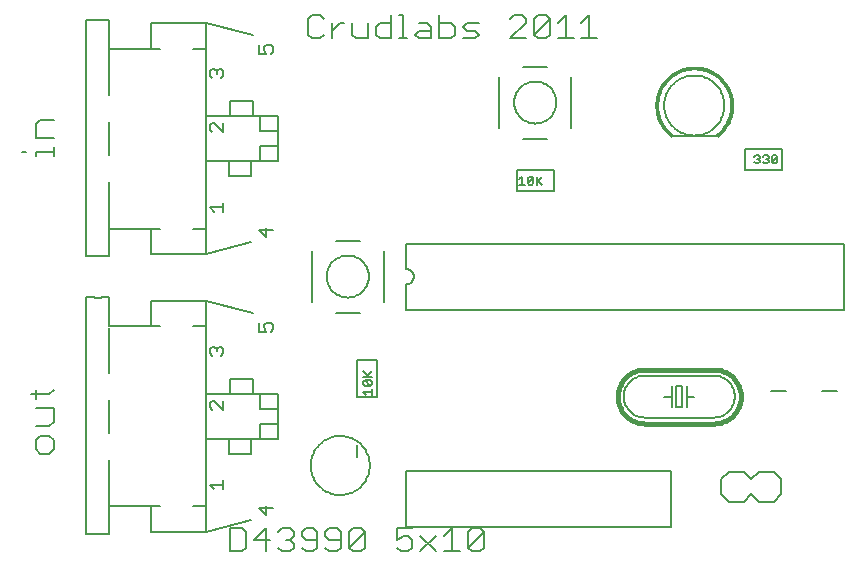
<source format=gto>
G75*
G70*
%OFA0B0*%
%FSLAX24Y24*%
%IPPOS*%
%LPD*%
%AMOC8*
5,1,8,0,0,1.08239X$1,22.5*
%
%ADD10C,0.0070*%
%ADD11C,0.0080*%
%ADD12C,0.0060*%
%ADD13C,0.0050*%
%ADD14C,0.0160*%
%ADD15C,0.0010*%
D10*
X007436Y000426D02*
X007831Y000426D01*
X007963Y000558D01*
X007963Y001085D01*
X007831Y001217D01*
X007436Y001217D01*
X007436Y000426D01*
X008228Y000822D02*
X008755Y000822D01*
X009019Y001085D02*
X009151Y001217D01*
X009415Y001217D01*
X009547Y001085D01*
X009547Y000954D01*
X009415Y000822D01*
X009547Y000690D01*
X009547Y000558D01*
X009415Y000426D01*
X009151Y000426D01*
X009019Y000558D01*
X009283Y000822D02*
X009415Y000822D01*
X009811Y000954D02*
X009943Y000822D01*
X010338Y000822D01*
X010338Y001085D02*
X010207Y001217D01*
X009943Y001217D01*
X009811Y001085D01*
X009811Y000954D01*
X010338Y001085D02*
X010338Y000558D01*
X010207Y000426D01*
X009943Y000426D01*
X009811Y000558D01*
X010603Y000558D02*
X010735Y000426D01*
X010999Y000426D01*
X011130Y000558D01*
X011130Y001085D01*
X010999Y001217D01*
X010735Y001217D01*
X010603Y001085D01*
X010603Y000954D01*
X010735Y000822D01*
X011130Y000822D01*
X011395Y001085D02*
X011527Y001217D01*
X011790Y001217D01*
X011922Y001085D01*
X011395Y000558D01*
X011527Y000426D01*
X011790Y000426D01*
X011922Y000558D01*
X011922Y001085D01*
X011395Y001085D02*
X011395Y000558D01*
X012979Y000558D02*
X013111Y000426D01*
X013374Y000426D01*
X013506Y000558D01*
X013506Y000822D01*
X013374Y000954D01*
X013242Y000954D01*
X012979Y000822D01*
X012979Y001217D01*
X013506Y001217D01*
X013771Y000954D02*
X014298Y000426D01*
X014562Y000426D02*
X015090Y000426D01*
X014826Y000426D02*
X014826Y001217D01*
X014562Y000954D01*
X014298Y000954D02*
X013771Y000426D01*
X015354Y000558D02*
X015881Y001085D01*
X015881Y000558D01*
X015750Y000426D01*
X015486Y000426D01*
X015354Y000558D01*
X015354Y001085D01*
X015486Y001217D01*
X015750Y001217D01*
X015881Y001085D01*
X008623Y001217D02*
X008623Y000426D01*
X008228Y000822D02*
X008623Y001217D01*
X010168Y017526D02*
X010036Y017658D01*
X010036Y018185D01*
X010168Y018317D01*
X010431Y018317D01*
X010563Y018185D01*
X010828Y018054D02*
X010828Y017526D01*
X010828Y017790D02*
X011091Y018054D01*
X011223Y018054D01*
X011488Y018054D02*
X011488Y017658D01*
X011619Y017526D01*
X012015Y017526D01*
X012015Y018054D01*
X012279Y017922D02*
X012411Y018054D01*
X012806Y018054D01*
X012806Y018317D02*
X012806Y017526D01*
X012411Y017526D01*
X012279Y017658D01*
X012279Y017922D01*
X013071Y018317D02*
X013203Y018317D01*
X013203Y017526D01*
X013071Y017526D02*
X013335Y017526D01*
X013599Y017658D02*
X013731Y017790D01*
X014126Y017790D01*
X014126Y017922D02*
X014126Y017526D01*
X013731Y017526D01*
X013599Y017658D01*
X013731Y018054D02*
X013994Y018054D01*
X014126Y017922D01*
X014391Y018054D02*
X014786Y018054D01*
X014918Y017922D01*
X014918Y017658D01*
X014786Y017526D01*
X014391Y017526D01*
X014391Y018317D01*
X015183Y017922D02*
X015315Y017790D01*
X015578Y017790D01*
X015710Y017658D01*
X015578Y017526D01*
X015183Y017526D01*
X015183Y017922D02*
X015315Y018054D01*
X015710Y018054D01*
X016767Y018185D02*
X016898Y018317D01*
X017162Y018317D01*
X017294Y018185D01*
X017294Y018054D01*
X016767Y017526D01*
X017294Y017526D01*
X017558Y017658D02*
X018085Y018185D01*
X018085Y017658D01*
X017954Y017526D01*
X017690Y017526D01*
X017558Y017658D01*
X017558Y018185D01*
X017690Y018317D01*
X017954Y018317D01*
X018085Y018185D01*
X018350Y018054D02*
X018614Y018317D01*
X018614Y017526D01*
X018877Y017526D02*
X018350Y017526D01*
X019142Y017526D02*
X019669Y017526D01*
X019406Y017526D02*
X019406Y018317D01*
X019142Y018054D01*
X010563Y017658D02*
X010431Y017526D01*
X010168Y017526D01*
D11*
X016401Y016241D02*
X016401Y014541D01*
X017196Y014191D02*
X018001Y014191D01*
X018801Y014541D02*
X018801Y016241D01*
X018001Y016591D02*
X017208Y016591D01*
X016901Y015391D02*
X016903Y015443D01*
X016909Y015495D01*
X016919Y015547D01*
X016932Y015597D01*
X016949Y015647D01*
X016970Y015695D01*
X016995Y015741D01*
X017023Y015785D01*
X017054Y015827D01*
X017088Y015867D01*
X017125Y015904D01*
X017165Y015938D01*
X017207Y015969D01*
X017251Y015997D01*
X017297Y016022D01*
X017345Y016043D01*
X017395Y016060D01*
X017445Y016073D01*
X017497Y016083D01*
X017549Y016089D01*
X017601Y016091D01*
X017653Y016089D01*
X017705Y016083D01*
X017757Y016073D01*
X017807Y016060D01*
X017857Y016043D01*
X017905Y016022D01*
X017951Y015997D01*
X017995Y015969D01*
X018037Y015938D01*
X018077Y015904D01*
X018114Y015867D01*
X018148Y015827D01*
X018179Y015785D01*
X018207Y015741D01*
X018232Y015695D01*
X018253Y015647D01*
X018270Y015597D01*
X018283Y015547D01*
X018293Y015495D01*
X018299Y015443D01*
X018301Y015391D01*
X018299Y015339D01*
X018293Y015287D01*
X018283Y015235D01*
X018270Y015185D01*
X018253Y015135D01*
X018232Y015087D01*
X018207Y015041D01*
X018179Y014997D01*
X018148Y014955D01*
X018114Y014915D01*
X018077Y014878D01*
X018037Y014844D01*
X017995Y014813D01*
X017951Y014785D01*
X017905Y014760D01*
X017857Y014739D01*
X017807Y014722D01*
X017757Y014709D01*
X017705Y014699D01*
X017653Y014693D01*
X017601Y014691D01*
X017549Y014693D01*
X017497Y014699D01*
X017445Y014709D01*
X017395Y014722D01*
X017345Y014739D01*
X017297Y014760D01*
X017251Y014785D01*
X017207Y014813D01*
X017165Y014844D01*
X017125Y014878D01*
X017088Y014915D01*
X017054Y014955D01*
X017023Y014997D01*
X016995Y015041D01*
X016970Y015087D01*
X016949Y015135D01*
X016932Y015185D01*
X016919Y015235D01*
X016909Y015287D01*
X016903Y015339D01*
X016901Y015391D01*
X016991Y013126D02*
X018211Y013126D01*
X018211Y012457D01*
X016991Y012457D01*
X016991Y013126D01*
X012551Y010441D02*
X012551Y008741D01*
X011751Y008391D02*
X010946Y008391D01*
X010151Y008741D02*
X010151Y010441D01*
X010958Y010791D02*
X011751Y010791D01*
X010651Y009591D02*
X010653Y009643D01*
X010659Y009695D01*
X010669Y009747D01*
X010682Y009797D01*
X010699Y009847D01*
X010720Y009895D01*
X010745Y009941D01*
X010773Y009985D01*
X010804Y010027D01*
X010838Y010067D01*
X010875Y010104D01*
X010915Y010138D01*
X010957Y010169D01*
X011001Y010197D01*
X011047Y010222D01*
X011095Y010243D01*
X011145Y010260D01*
X011195Y010273D01*
X011247Y010283D01*
X011299Y010289D01*
X011351Y010291D01*
X011403Y010289D01*
X011455Y010283D01*
X011507Y010273D01*
X011557Y010260D01*
X011607Y010243D01*
X011655Y010222D01*
X011701Y010197D01*
X011745Y010169D01*
X011787Y010138D01*
X011827Y010104D01*
X011864Y010067D01*
X011898Y010027D01*
X011929Y009985D01*
X011957Y009941D01*
X011982Y009895D01*
X012003Y009847D01*
X012020Y009797D01*
X012033Y009747D01*
X012043Y009695D01*
X012049Y009643D01*
X012051Y009591D01*
X012049Y009539D01*
X012043Y009487D01*
X012033Y009435D01*
X012020Y009385D01*
X012003Y009335D01*
X011982Y009287D01*
X011957Y009241D01*
X011929Y009197D01*
X011898Y009155D01*
X011864Y009115D01*
X011827Y009078D01*
X011787Y009044D01*
X011745Y009013D01*
X011701Y008985D01*
X011655Y008960D01*
X011607Y008939D01*
X011557Y008922D01*
X011507Y008909D01*
X011455Y008899D01*
X011403Y008893D01*
X011351Y008891D01*
X011299Y008893D01*
X011247Y008899D01*
X011195Y008909D01*
X011145Y008922D01*
X011095Y008939D01*
X011047Y008960D01*
X011001Y008985D01*
X010957Y009013D01*
X010915Y009044D01*
X010875Y009078D01*
X010838Y009115D01*
X010804Y009155D01*
X010773Y009197D01*
X010745Y009241D01*
X010720Y009287D01*
X010699Y009335D01*
X010682Y009385D01*
X010669Y009435D01*
X010659Y009487D01*
X010653Y009539D01*
X010651Y009591D01*
X011666Y006802D02*
X011666Y005581D01*
X012335Y005581D01*
X012335Y006802D01*
X011666Y006802D01*
X011651Y003991D02*
X011651Y003591D01*
X010117Y003291D02*
X010119Y003353D01*
X010125Y003416D01*
X010135Y003477D01*
X010149Y003538D01*
X010166Y003598D01*
X010187Y003657D01*
X010213Y003714D01*
X010241Y003769D01*
X010273Y003823D01*
X010309Y003874D01*
X010347Y003924D01*
X010389Y003970D01*
X010433Y004014D01*
X010481Y004055D01*
X010530Y004093D01*
X010582Y004127D01*
X010636Y004158D01*
X010692Y004186D01*
X010750Y004210D01*
X010809Y004231D01*
X010869Y004247D01*
X010930Y004260D01*
X010992Y004269D01*
X011054Y004274D01*
X011117Y004275D01*
X011179Y004272D01*
X011241Y004265D01*
X011303Y004254D01*
X011363Y004239D01*
X011423Y004221D01*
X011481Y004199D01*
X011538Y004173D01*
X011593Y004143D01*
X011646Y004110D01*
X011697Y004074D01*
X011745Y004035D01*
X011791Y003992D01*
X011834Y003947D01*
X011874Y003899D01*
X011911Y003849D01*
X011945Y003796D01*
X011976Y003742D01*
X012002Y003686D01*
X012026Y003628D01*
X012045Y003568D01*
X012061Y003508D01*
X012073Y003446D01*
X012081Y003385D01*
X012085Y003322D01*
X012085Y003260D01*
X012081Y003197D01*
X012073Y003136D01*
X012061Y003074D01*
X012045Y003014D01*
X012026Y002954D01*
X012002Y002896D01*
X011976Y002840D01*
X011945Y002786D01*
X011911Y002733D01*
X011874Y002683D01*
X011834Y002635D01*
X011791Y002590D01*
X011745Y002547D01*
X011697Y002508D01*
X011646Y002472D01*
X011593Y002439D01*
X011538Y002409D01*
X011481Y002383D01*
X011423Y002361D01*
X011363Y002343D01*
X011303Y002328D01*
X011241Y002317D01*
X011179Y002310D01*
X011117Y002307D01*
X011054Y002308D01*
X010992Y002313D01*
X010930Y002322D01*
X010869Y002335D01*
X010809Y002351D01*
X010750Y002372D01*
X010692Y002396D01*
X010636Y002424D01*
X010582Y002455D01*
X010530Y002489D01*
X010481Y002527D01*
X010433Y002568D01*
X010389Y002612D01*
X010347Y002658D01*
X010309Y002708D01*
X010273Y002759D01*
X010241Y002813D01*
X010213Y002868D01*
X010187Y002925D01*
X010166Y002984D01*
X010149Y003044D01*
X010135Y003105D01*
X010125Y003166D01*
X010119Y003229D01*
X010117Y003291D01*
X013291Y003125D02*
X013291Y001235D01*
X022110Y001235D01*
X022110Y003125D01*
X013291Y003125D01*
X023801Y002841D02*
X023801Y002341D01*
X024051Y002091D01*
X024551Y002091D01*
X024801Y002341D01*
X025051Y002091D01*
X025551Y002091D01*
X025801Y002341D01*
X025801Y002841D01*
X025551Y003091D01*
X025051Y003091D01*
X024801Y002841D01*
X024551Y003091D01*
X024051Y003091D01*
X023801Y002841D01*
X025451Y005791D02*
X025951Y005791D01*
X027151Y005791D02*
X027651Y005791D01*
X025811Y013157D02*
X024591Y013157D01*
X024591Y013826D01*
X025811Y013826D01*
X025811Y013157D01*
X023651Y014291D02*
X022151Y014291D01*
X001561Y014211D02*
X000947Y014211D01*
X000947Y014671D01*
X001100Y014825D01*
X001561Y014825D01*
X001561Y013904D02*
X001561Y013597D01*
X001561Y013750D02*
X000947Y013750D01*
X000947Y013597D01*
X000640Y013750D02*
X000487Y013750D01*
X000947Y005824D02*
X000947Y005518D01*
X000794Y005671D02*
X001407Y005671D01*
X001561Y005824D01*
X001561Y005211D02*
X000947Y005211D01*
X001561Y005211D02*
X001561Y004750D01*
X001407Y004597D01*
X000947Y004597D01*
X001100Y004290D02*
X000947Y004136D01*
X000947Y003830D01*
X001100Y003676D01*
X001407Y003676D01*
X001561Y003830D01*
X001561Y004136D01*
X001407Y004290D01*
X001100Y004290D01*
D12*
X002632Y001013D02*
X002932Y001013D01*
X002972Y001017D01*
X003172Y001017D01*
X003132Y001013D01*
X003382Y001013D01*
X003382Y001941D01*
X003382Y003491D01*
X003382Y004391D02*
X003382Y005491D01*
X003382Y006391D02*
X003382Y007891D01*
X003382Y007941D02*
X004782Y007941D01*
X005082Y007941D01*
X004782Y007941D02*
X004782Y008791D01*
X006632Y008791D01*
X006632Y007941D01*
X006182Y007941D01*
X006632Y007941D02*
X006632Y005691D01*
X007432Y005691D01*
X007432Y006191D01*
X008182Y006191D01*
X008182Y005691D01*
X008432Y005691D01*
X008432Y005191D01*
X009032Y005191D01*
X009032Y004691D01*
X008432Y004691D01*
X008432Y004191D01*
X008132Y004191D01*
X008132Y003691D01*
X007382Y003691D01*
X007382Y004191D01*
X006632Y004191D01*
X006632Y005691D01*
X007432Y005691D02*
X008182Y005691D01*
X008432Y005691D02*
X009032Y005691D01*
X009032Y005191D01*
X009032Y004691D02*
X009032Y004191D01*
X008432Y004191D01*
X008132Y004191D02*
X007382Y004191D01*
X006632Y004191D02*
X006632Y001941D01*
X006182Y001941D01*
X006632Y001941D02*
X006632Y001091D01*
X004782Y001091D01*
X004782Y001941D01*
X005082Y001941D01*
X004782Y001941D02*
X003382Y001941D01*
X002632Y001013D02*
X002632Y008905D01*
X002932Y008905D01*
X002932Y008888D01*
X003132Y008888D01*
X003132Y008905D01*
X003382Y008905D01*
X003382Y007941D01*
X006632Y008791D02*
X008182Y008391D01*
X008132Y010741D02*
X006632Y010341D01*
X006632Y011191D01*
X006182Y011191D01*
X006632Y011191D02*
X006632Y013441D01*
X007382Y013441D01*
X007382Y012941D01*
X008132Y012941D01*
X008132Y013441D01*
X008432Y013441D01*
X008432Y013941D01*
X009032Y013941D01*
X009032Y014441D01*
X009032Y014941D01*
X008432Y014941D01*
X008182Y014941D01*
X007432Y014941D01*
X006632Y014941D01*
X006632Y017191D01*
X006182Y017191D01*
X006632Y017191D02*
X006632Y018041D01*
X008182Y017641D01*
X006632Y018041D02*
X004782Y018041D01*
X004782Y017191D01*
X005082Y017191D01*
X004782Y017191D02*
X003382Y017191D01*
X003382Y018155D01*
X003132Y018155D01*
X003132Y018138D01*
X002932Y018138D01*
X002932Y018155D01*
X002632Y018155D01*
X002632Y010263D01*
X002932Y010263D01*
X002972Y010267D01*
X003172Y010267D01*
X003132Y010263D01*
X003382Y010263D01*
X003382Y011191D01*
X003382Y012741D01*
X003382Y013641D02*
X003382Y014741D01*
X003382Y015641D02*
X003382Y017141D01*
X006632Y014941D02*
X006632Y013441D01*
X007382Y013441D02*
X008132Y013441D01*
X008432Y013441D02*
X009032Y013441D01*
X009032Y013941D01*
X009032Y014441D02*
X008432Y014441D01*
X008432Y014941D01*
X008182Y014941D02*
X008182Y015441D01*
X007432Y015441D01*
X007432Y014941D01*
X005082Y011191D02*
X004782Y011191D01*
X004782Y010341D01*
X006632Y010341D01*
X004782Y011191D02*
X003382Y011191D01*
X013301Y010691D02*
X013301Y009841D01*
X013331Y009839D01*
X013361Y009834D01*
X013390Y009825D01*
X013417Y009812D01*
X013443Y009797D01*
X013467Y009778D01*
X013488Y009757D01*
X013507Y009733D01*
X013522Y009707D01*
X013535Y009680D01*
X013544Y009651D01*
X013549Y009621D01*
X013551Y009591D01*
X013549Y009561D01*
X013544Y009531D01*
X013535Y009502D01*
X013522Y009475D01*
X013507Y009449D01*
X013488Y009425D01*
X013467Y009404D01*
X013443Y009385D01*
X013417Y009370D01*
X013390Y009357D01*
X013361Y009348D01*
X013331Y009343D01*
X013301Y009341D01*
X013301Y008491D01*
X027901Y008491D01*
X027901Y010691D01*
X013301Y010691D01*
X021251Y006291D02*
X023551Y006291D01*
X022651Y005941D02*
X022651Y005591D01*
X022901Y005591D01*
X022651Y005591D02*
X022651Y005241D01*
X022501Y005241D02*
X022501Y005941D01*
X022301Y005941D01*
X022301Y005241D01*
X022501Y005241D01*
X022151Y005241D02*
X022151Y005591D01*
X021901Y005591D01*
X022151Y005591D02*
X022151Y005941D01*
X021251Y006291D02*
X021200Y006289D01*
X021149Y006284D01*
X021099Y006274D01*
X021049Y006261D01*
X021001Y006245D01*
X020954Y006225D01*
X020908Y006201D01*
X020865Y006175D01*
X020823Y006145D01*
X020784Y006112D01*
X020747Y006077D01*
X020713Y006039D01*
X020682Y005998D01*
X020653Y005956D01*
X020628Y005911D01*
X020607Y005865D01*
X020588Y005817D01*
X020574Y005768D01*
X020563Y005718D01*
X020555Y005668D01*
X020551Y005617D01*
X020551Y005565D01*
X020555Y005514D01*
X020563Y005464D01*
X020574Y005414D01*
X020588Y005365D01*
X020607Y005317D01*
X020628Y005271D01*
X020653Y005226D01*
X020682Y005184D01*
X020713Y005143D01*
X020747Y005105D01*
X020784Y005070D01*
X020823Y005037D01*
X020865Y005007D01*
X020908Y004981D01*
X020954Y004957D01*
X021001Y004937D01*
X021049Y004921D01*
X021099Y004908D01*
X021149Y004898D01*
X021200Y004893D01*
X021251Y004891D01*
X023551Y004891D01*
X023602Y004893D01*
X023653Y004898D01*
X023703Y004908D01*
X023753Y004921D01*
X023801Y004937D01*
X023848Y004957D01*
X023894Y004981D01*
X023937Y005007D01*
X023979Y005037D01*
X024018Y005070D01*
X024055Y005105D01*
X024089Y005143D01*
X024120Y005184D01*
X024149Y005226D01*
X024174Y005271D01*
X024195Y005317D01*
X024214Y005365D01*
X024228Y005414D01*
X024239Y005464D01*
X024247Y005514D01*
X024251Y005565D01*
X024251Y005617D01*
X024247Y005668D01*
X024239Y005718D01*
X024228Y005768D01*
X024214Y005817D01*
X024195Y005865D01*
X024174Y005911D01*
X024149Y005956D01*
X024120Y005998D01*
X024089Y006039D01*
X024055Y006077D01*
X024018Y006112D01*
X023979Y006145D01*
X023937Y006175D01*
X023894Y006201D01*
X023848Y006225D01*
X023801Y006245D01*
X023753Y006261D01*
X023703Y006274D01*
X023653Y006284D01*
X023602Y006289D01*
X023551Y006291D01*
X021901Y015291D02*
X021903Y015354D01*
X021909Y015416D01*
X021919Y015478D01*
X021932Y015540D01*
X021950Y015600D01*
X021971Y015659D01*
X021996Y015717D01*
X022025Y015773D01*
X022057Y015827D01*
X022092Y015879D01*
X022130Y015928D01*
X022172Y015976D01*
X022216Y016020D01*
X022264Y016062D01*
X022313Y016100D01*
X022365Y016135D01*
X022419Y016167D01*
X022475Y016196D01*
X022533Y016221D01*
X022592Y016242D01*
X022652Y016260D01*
X022714Y016273D01*
X022776Y016283D01*
X022838Y016289D01*
X022901Y016291D01*
X022964Y016289D01*
X023026Y016283D01*
X023088Y016273D01*
X023150Y016260D01*
X023210Y016242D01*
X023269Y016221D01*
X023327Y016196D01*
X023383Y016167D01*
X023437Y016135D01*
X023489Y016100D01*
X023538Y016062D01*
X023586Y016020D01*
X023630Y015976D01*
X023672Y015928D01*
X023710Y015879D01*
X023745Y015827D01*
X023777Y015773D01*
X023806Y015717D01*
X023831Y015659D01*
X023852Y015600D01*
X023870Y015540D01*
X023883Y015478D01*
X023893Y015416D01*
X023899Y015354D01*
X023901Y015291D01*
X023899Y015228D01*
X023893Y015166D01*
X023883Y015104D01*
X023870Y015042D01*
X023852Y014982D01*
X023831Y014923D01*
X023806Y014865D01*
X023777Y014809D01*
X023745Y014755D01*
X023710Y014703D01*
X023672Y014654D01*
X023630Y014606D01*
X023586Y014562D01*
X023538Y014520D01*
X023489Y014482D01*
X023437Y014447D01*
X023383Y014415D01*
X023327Y014386D01*
X023269Y014361D01*
X023210Y014340D01*
X023150Y014322D01*
X023088Y014309D01*
X023026Y014299D01*
X022964Y014293D01*
X022901Y014291D01*
X022838Y014293D01*
X022776Y014299D01*
X022714Y014309D01*
X022652Y014322D01*
X022592Y014340D01*
X022533Y014361D01*
X022475Y014386D01*
X022419Y014415D01*
X022365Y014447D01*
X022313Y014482D01*
X022264Y014520D01*
X022216Y014562D01*
X022172Y014606D01*
X022130Y014654D01*
X022092Y014703D01*
X022057Y014755D01*
X022025Y014809D01*
X021996Y014865D01*
X021971Y014923D01*
X021950Y014982D01*
X021932Y015042D01*
X021919Y015104D01*
X021909Y015166D01*
X021903Y015228D01*
X021901Y015291D01*
X008132Y001491D02*
X006632Y001091D01*
D13*
X008407Y001881D02*
X008632Y001656D01*
X008632Y001956D01*
X008857Y001881D02*
X008407Y001881D01*
X007207Y002506D02*
X007207Y002806D01*
X007207Y002656D02*
X006757Y002656D01*
X006907Y002506D01*
X006832Y005156D02*
X006757Y005231D01*
X006757Y005381D01*
X006832Y005456D01*
X006907Y005456D01*
X007207Y005156D01*
X007207Y005456D01*
X007132Y006956D02*
X007207Y007031D01*
X007207Y007181D01*
X007132Y007256D01*
X007057Y007256D01*
X006982Y007181D01*
X006982Y007106D01*
X006982Y007181D02*
X006907Y007256D01*
X006832Y007256D01*
X006757Y007181D01*
X006757Y007031D01*
X006832Y006956D01*
X008407Y007756D02*
X008407Y008056D01*
X008557Y007981D02*
X008632Y008056D01*
X008782Y008056D01*
X008857Y007981D01*
X008857Y007831D01*
X008782Y007756D01*
X008632Y007756D02*
X008557Y007906D01*
X008557Y007981D01*
X008632Y007756D02*
X008407Y007756D01*
X011874Y006426D02*
X012054Y006246D01*
X012009Y006291D02*
X012145Y006426D01*
X012145Y006246D02*
X011874Y006246D01*
X011919Y006131D02*
X012100Y005951D01*
X012145Y005996D01*
X012145Y006086D01*
X012100Y006131D01*
X011919Y006131D01*
X011874Y006086D01*
X011874Y005996D01*
X011919Y005951D01*
X012100Y005951D01*
X012145Y005836D02*
X012145Y005656D01*
X012145Y005746D02*
X011874Y005746D01*
X011964Y005656D01*
X008632Y010906D02*
X008632Y011206D01*
X008407Y011131D02*
X008632Y010906D01*
X008857Y011131D02*
X008407Y011131D01*
X007207Y011756D02*
X007207Y012056D01*
X007207Y011906D02*
X006757Y011906D01*
X006907Y011756D01*
X006832Y014406D02*
X006757Y014481D01*
X006757Y014631D01*
X006832Y014706D01*
X006907Y014706D01*
X007207Y014406D01*
X007207Y014706D01*
X007132Y016206D02*
X007207Y016281D01*
X007207Y016431D01*
X007132Y016506D01*
X007057Y016506D01*
X006982Y016431D01*
X006982Y016356D01*
X006982Y016431D02*
X006907Y016506D01*
X006832Y016506D01*
X006757Y016431D01*
X006757Y016281D01*
X006832Y016206D01*
X008407Y017006D02*
X008632Y017006D01*
X008557Y017156D01*
X008557Y017231D01*
X008632Y017306D01*
X008782Y017306D01*
X008857Y017231D01*
X008857Y017081D01*
X008782Y017006D01*
X008407Y017006D02*
X008407Y017306D01*
X017066Y012828D02*
X017156Y012918D01*
X017156Y012648D01*
X017066Y012648D02*
X017246Y012648D01*
X017360Y012693D02*
X017540Y012873D01*
X017540Y012693D01*
X017495Y012648D01*
X017405Y012648D01*
X017360Y012693D01*
X017360Y012873D01*
X017405Y012918D01*
X017495Y012918D01*
X017540Y012873D01*
X017655Y012918D02*
X017655Y012648D01*
X017655Y012738D02*
X017835Y012918D01*
X017700Y012783D02*
X017835Y012648D01*
X024902Y013410D02*
X024947Y013365D01*
X025037Y013365D01*
X025082Y013410D01*
X025082Y013455D01*
X025037Y013500D01*
X024992Y013500D01*
X025037Y013500D02*
X025082Y013545D01*
X025082Y013590D01*
X025037Y013635D01*
X024947Y013635D01*
X024902Y013590D01*
X025197Y013590D02*
X025242Y013635D01*
X025332Y013635D01*
X025377Y013590D01*
X025377Y013545D01*
X025332Y013500D01*
X025377Y013455D01*
X025377Y013410D01*
X025332Y013365D01*
X025242Y013365D01*
X025197Y013410D01*
X025287Y013500D02*
X025332Y013500D01*
X025491Y013410D02*
X025671Y013590D01*
X025671Y013410D01*
X025626Y013365D01*
X025536Y013365D01*
X025491Y013410D01*
X025491Y013590D01*
X025536Y013635D01*
X025626Y013635D01*
X025671Y013590D01*
D14*
X023551Y006491D02*
X021251Y006491D01*
X021192Y006489D01*
X021134Y006483D01*
X021075Y006474D01*
X021018Y006460D01*
X020962Y006443D01*
X020907Y006422D01*
X020853Y006398D01*
X020801Y006370D01*
X020751Y006339D01*
X020703Y006305D01*
X020658Y006268D01*
X020615Y006227D01*
X020574Y006184D01*
X020537Y006139D01*
X020503Y006091D01*
X020472Y006041D01*
X020444Y005989D01*
X020420Y005935D01*
X020399Y005880D01*
X020382Y005824D01*
X020368Y005767D01*
X020359Y005708D01*
X020353Y005650D01*
X020351Y005591D01*
X020353Y005532D01*
X020359Y005474D01*
X020368Y005415D01*
X020382Y005358D01*
X020399Y005302D01*
X020420Y005247D01*
X020444Y005193D01*
X020472Y005141D01*
X020503Y005091D01*
X020537Y005043D01*
X020574Y004998D01*
X020615Y004955D01*
X020658Y004914D01*
X020703Y004877D01*
X020751Y004843D01*
X020801Y004812D01*
X020853Y004784D01*
X020907Y004760D01*
X020962Y004739D01*
X021018Y004722D01*
X021075Y004708D01*
X021134Y004699D01*
X021192Y004693D01*
X021251Y004691D01*
X023551Y004691D01*
X023610Y004693D01*
X023668Y004699D01*
X023727Y004708D01*
X023784Y004722D01*
X023840Y004739D01*
X023895Y004760D01*
X023949Y004784D01*
X024001Y004812D01*
X024051Y004843D01*
X024099Y004877D01*
X024144Y004914D01*
X024187Y004955D01*
X024228Y004998D01*
X024265Y005043D01*
X024299Y005091D01*
X024330Y005141D01*
X024358Y005193D01*
X024382Y005247D01*
X024403Y005302D01*
X024420Y005358D01*
X024434Y005415D01*
X024443Y005474D01*
X024449Y005532D01*
X024451Y005591D01*
X024449Y005650D01*
X024443Y005708D01*
X024434Y005767D01*
X024420Y005824D01*
X024403Y005880D01*
X024382Y005935D01*
X024358Y005989D01*
X024330Y006041D01*
X024299Y006091D01*
X024265Y006139D01*
X024228Y006184D01*
X024187Y006227D01*
X024144Y006268D01*
X024099Y006305D01*
X024051Y006339D01*
X024001Y006370D01*
X023949Y006398D01*
X023895Y006422D01*
X023840Y006443D01*
X023784Y006460D01*
X023727Y006474D01*
X023668Y006483D01*
X023610Y006489D01*
X023551Y006491D01*
D15*
X023681Y014259D02*
X023627Y014331D01*
X023628Y014330D02*
X023681Y014373D01*
X023732Y014418D01*
X023780Y014467D01*
X023825Y014518D01*
X023868Y014572D01*
X023907Y014628D01*
X023943Y014686D01*
X023976Y014746D01*
X024005Y014807D01*
X024030Y014871D01*
X024052Y014935D01*
X024071Y015001D01*
X024085Y015068D01*
X024096Y015135D01*
X024103Y015203D01*
X024106Y015271D01*
X024105Y015340D01*
X024100Y015408D01*
X024092Y015476D01*
X024079Y015543D01*
X024063Y015609D01*
X024043Y015674D01*
X024020Y015739D01*
X023993Y015801D01*
X023962Y015862D01*
X023928Y015921D01*
X023891Y015979D01*
X023850Y016034D01*
X023806Y016086D01*
X023760Y016136D01*
X023711Y016183D01*
X023659Y016228D01*
X023605Y016269D01*
X023548Y016308D01*
X023489Y016343D01*
X023429Y016374D01*
X023367Y016402D01*
X023303Y016427D01*
X023238Y016448D01*
X023172Y016465D01*
X023105Y016479D01*
X023037Y016488D01*
X022969Y016494D01*
X022901Y016496D01*
X022833Y016494D01*
X022765Y016488D01*
X022697Y016479D01*
X022630Y016465D01*
X022564Y016448D01*
X022499Y016427D01*
X022435Y016402D01*
X022373Y016374D01*
X022313Y016343D01*
X022254Y016308D01*
X022197Y016269D01*
X022143Y016228D01*
X022091Y016183D01*
X022042Y016136D01*
X021996Y016086D01*
X021952Y016034D01*
X021911Y015979D01*
X021874Y015921D01*
X021840Y015862D01*
X021809Y015801D01*
X021782Y015739D01*
X021759Y015674D01*
X021739Y015609D01*
X021723Y015543D01*
X021710Y015476D01*
X021702Y015408D01*
X021697Y015340D01*
X021696Y015271D01*
X021699Y015203D01*
X021706Y015135D01*
X021717Y015068D01*
X021731Y015001D01*
X021750Y014935D01*
X021772Y014871D01*
X021797Y014807D01*
X021826Y014746D01*
X021859Y014686D01*
X021895Y014628D01*
X021934Y014572D01*
X021977Y014518D01*
X022022Y014467D01*
X022070Y014418D01*
X022121Y014373D01*
X022174Y014330D01*
X022121Y014259D01*
X022120Y014258D01*
X022065Y014302D01*
X022012Y014350D01*
X021961Y014400D01*
X021914Y014453D01*
X021870Y014508D01*
X021828Y014566D01*
X021790Y014626D01*
X021755Y014687D01*
X021724Y014751D01*
X021696Y014816D01*
X021672Y014883D01*
X021651Y014951D01*
X021635Y015020D01*
X021622Y015090D01*
X021613Y015160D01*
X021607Y015231D01*
X021606Y015302D01*
X021609Y015373D01*
X021615Y015444D01*
X021625Y015514D01*
X021639Y015583D01*
X021657Y015652D01*
X021679Y015720D01*
X021704Y015786D01*
X021733Y015851D01*
X021766Y015914D01*
X021802Y015975D01*
X021841Y016034D01*
X021883Y016091D01*
X021928Y016146D01*
X021977Y016198D01*
X022028Y016247D01*
X022081Y016294D01*
X022138Y016337D01*
X022196Y016377D01*
X022257Y016414D01*
X022319Y016448D01*
X022383Y016478D01*
X022449Y016505D01*
X022516Y016528D01*
X022585Y016547D01*
X022654Y016562D01*
X022724Y016574D01*
X022795Y016582D01*
X022866Y016586D01*
X022936Y016586D01*
X023007Y016582D01*
X023078Y016574D01*
X023148Y016562D01*
X023217Y016547D01*
X023286Y016528D01*
X023353Y016505D01*
X023419Y016478D01*
X023483Y016448D01*
X023545Y016414D01*
X023606Y016377D01*
X023664Y016337D01*
X023721Y016294D01*
X023774Y016247D01*
X023825Y016198D01*
X023874Y016146D01*
X023919Y016091D01*
X023961Y016034D01*
X024000Y015975D01*
X024036Y015914D01*
X024069Y015851D01*
X024098Y015786D01*
X024123Y015720D01*
X024145Y015652D01*
X024163Y015583D01*
X024177Y015514D01*
X024187Y015444D01*
X024193Y015373D01*
X024196Y015302D01*
X024195Y015231D01*
X024189Y015160D01*
X024180Y015090D01*
X024167Y015020D01*
X024151Y014951D01*
X024130Y014883D01*
X024106Y014816D01*
X024078Y014751D01*
X024047Y014687D01*
X024012Y014626D01*
X023974Y014566D01*
X023932Y014508D01*
X023888Y014453D01*
X023841Y014400D01*
X023790Y014350D01*
X023737Y014302D01*
X023682Y014258D01*
X023677Y014265D01*
X023732Y014310D01*
X023785Y014357D01*
X023836Y014408D01*
X023883Y014461D01*
X023928Y014517D01*
X023969Y014575D01*
X024007Y014635D01*
X024042Y014697D01*
X024073Y014761D01*
X024100Y014827D01*
X024124Y014894D01*
X024144Y014963D01*
X024161Y015032D01*
X024173Y015102D01*
X024182Y015173D01*
X024186Y015244D01*
X024187Y015315D01*
X024183Y015386D01*
X024176Y015457D01*
X024165Y015528D01*
X024150Y015597D01*
X024131Y015666D01*
X024108Y015734D01*
X024082Y015800D01*
X024052Y015865D01*
X024018Y015927D01*
X023982Y015988D01*
X023941Y016047D01*
X023898Y016104D01*
X023851Y016158D01*
X023802Y016209D01*
X023749Y016257D01*
X023695Y016303D01*
X023637Y016345D01*
X023578Y016384D01*
X023516Y016420D01*
X023453Y016453D01*
X023388Y016481D01*
X023321Y016507D01*
X023253Y016528D01*
X023184Y016546D01*
X023114Y016559D01*
X023043Y016569D01*
X022972Y016575D01*
X022901Y016577D01*
X022830Y016575D01*
X022759Y016569D01*
X022688Y016559D01*
X022618Y016546D01*
X022549Y016528D01*
X022481Y016507D01*
X022414Y016481D01*
X022349Y016453D01*
X022286Y016420D01*
X022224Y016384D01*
X022165Y016345D01*
X022107Y016303D01*
X022053Y016257D01*
X022000Y016209D01*
X021951Y016158D01*
X021904Y016104D01*
X021861Y016047D01*
X021820Y015988D01*
X021784Y015927D01*
X021750Y015865D01*
X021720Y015800D01*
X021694Y015734D01*
X021671Y015666D01*
X021652Y015597D01*
X021637Y015528D01*
X021626Y015457D01*
X021619Y015386D01*
X021615Y015315D01*
X021616Y015244D01*
X021620Y015173D01*
X021629Y015102D01*
X021641Y015032D01*
X021658Y014963D01*
X021678Y014894D01*
X021702Y014827D01*
X021729Y014761D01*
X021760Y014697D01*
X021795Y014635D01*
X021833Y014575D01*
X021874Y014517D01*
X021919Y014461D01*
X021966Y014408D01*
X022017Y014357D01*
X022070Y014310D01*
X022125Y014265D01*
X022131Y014272D01*
X022076Y014317D01*
X022023Y014364D01*
X021973Y014414D01*
X021926Y014467D01*
X021882Y014522D01*
X021840Y014580D01*
X021803Y014639D01*
X021768Y014701D01*
X021737Y014765D01*
X021710Y014830D01*
X021686Y014897D01*
X021666Y014965D01*
X021650Y015034D01*
X021638Y015103D01*
X021629Y015174D01*
X021625Y015244D01*
X021624Y015315D01*
X021628Y015386D01*
X021635Y015456D01*
X021646Y015526D01*
X021661Y015595D01*
X021680Y015663D01*
X021702Y015731D01*
X021728Y015796D01*
X021758Y015861D01*
X021791Y015923D01*
X021828Y015983D01*
X021868Y016042D01*
X021911Y016098D01*
X021957Y016152D01*
X022007Y016202D01*
X022058Y016251D01*
X022113Y016296D01*
X022170Y016338D01*
X022229Y016377D01*
X022290Y016412D01*
X022353Y016445D01*
X022418Y016473D01*
X022484Y016498D01*
X022552Y016519D01*
X022620Y016537D01*
X022690Y016550D01*
X022760Y016560D01*
X022830Y016566D01*
X022901Y016568D01*
X022972Y016566D01*
X023042Y016560D01*
X023112Y016550D01*
X023182Y016537D01*
X023250Y016519D01*
X023318Y016498D01*
X023384Y016473D01*
X023449Y016445D01*
X023512Y016412D01*
X023573Y016377D01*
X023632Y016338D01*
X023689Y016296D01*
X023744Y016251D01*
X023795Y016202D01*
X023845Y016152D01*
X023891Y016098D01*
X023934Y016042D01*
X023974Y015983D01*
X024011Y015923D01*
X024044Y015861D01*
X024074Y015796D01*
X024100Y015731D01*
X024122Y015663D01*
X024141Y015595D01*
X024156Y015526D01*
X024167Y015456D01*
X024174Y015386D01*
X024178Y015315D01*
X024177Y015244D01*
X024173Y015174D01*
X024164Y015103D01*
X024152Y015034D01*
X024136Y014965D01*
X024116Y014897D01*
X024092Y014830D01*
X024065Y014765D01*
X024034Y014701D01*
X023999Y014639D01*
X023962Y014580D01*
X023920Y014522D01*
X023876Y014467D01*
X023829Y014414D01*
X023779Y014364D01*
X023726Y014317D01*
X023671Y014272D01*
X023666Y014280D01*
X023721Y014324D01*
X023774Y014372D01*
X023824Y014422D01*
X023872Y014475D01*
X023916Y014531D01*
X023957Y014589D01*
X023994Y014649D01*
X024029Y014711D01*
X024059Y014775D01*
X024086Y014841D01*
X024110Y014908D01*
X024129Y014976D01*
X024145Y015046D01*
X024157Y015116D01*
X024165Y015186D01*
X024169Y015257D01*
X024168Y015328D01*
X024164Y015399D01*
X024156Y015470D01*
X024144Y015540D01*
X024128Y015609D01*
X024109Y015677D01*
X024085Y015745D01*
X024058Y015810D01*
X024027Y015874D01*
X023993Y015936D01*
X023955Y015996D01*
X023913Y016054D01*
X023869Y016110D01*
X023822Y016163D01*
X023771Y016213D01*
X023718Y016260D01*
X023663Y016305D01*
X023605Y016346D01*
X023545Y016383D01*
X023482Y016418D01*
X023418Y016449D01*
X023353Y016476D01*
X023286Y016499D01*
X023217Y016519D01*
X023148Y016535D01*
X023078Y016547D01*
X023007Y016555D01*
X022937Y016559D01*
X022865Y016559D01*
X022795Y016555D01*
X022724Y016547D01*
X022654Y016535D01*
X022585Y016519D01*
X022516Y016499D01*
X022449Y016476D01*
X022384Y016449D01*
X022320Y016418D01*
X022257Y016383D01*
X022197Y016346D01*
X022139Y016305D01*
X022084Y016260D01*
X022031Y016213D01*
X021980Y016163D01*
X021933Y016110D01*
X021889Y016054D01*
X021847Y015996D01*
X021809Y015936D01*
X021775Y015874D01*
X021744Y015810D01*
X021717Y015745D01*
X021693Y015677D01*
X021674Y015609D01*
X021658Y015540D01*
X021646Y015470D01*
X021638Y015399D01*
X021634Y015328D01*
X021633Y015257D01*
X021637Y015186D01*
X021645Y015116D01*
X021657Y015046D01*
X021673Y014976D01*
X021692Y014908D01*
X021716Y014841D01*
X021743Y014775D01*
X021773Y014711D01*
X021808Y014649D01*
X021845Y014589D01*
X021886Y014531D01*
X021930Y014475D01*
X021978Y014422D01*
X022028Y014372D01*
X022081Y014324D01*
X022136Y014280D01*
X022142Y014287D01*
X022087Y014331D01*
X022034Y014378D01*
X021984Y014428D01*
X021937Y014481D01*
X021893Y014536D01*
X021853Y014594D01*
X021815Y014653D01*
X021781Y014715D01*
X021751Y014779D01*
X021724Y014844D01*
X021701Y014911D01*
X021681Y014979D01*
X021666Y015047D01*
X021654Y015117D01*
X021646Y015187D01*
X021642Y015258D01*
X021643Y015328D01*
X021647Y015399D01*
X021655Y015469D01*
X021667Y015538D01*
X021682Y015607D01*
X021702Y015675D01*
X021725Y015741D01*
X021752Y015806D01*
X021783Y015870D01*
X021817Y015932D01*
X021855Y015991D01*
X021896Y016049D01*
X021940Y016104D01*
X021987Y016157D01*
X022037Y016206D01*
X022089Y016253D01*
X022145Y016297D01*
X022202Y016338D01*
X022262Y016376D01*
X022324Y016410D01*
X022387Y016440D01*
X022452Y016467D01*
X022519Y016491D01*
X022587Y016510D01*
X022656Y016526D01*
X022725Y016538D01*
X022795Y016546D01*
X022866Y016550D01*
X022936Y016550D01*
X023007Y016546D01*
X023077Y016538D01*
X023146Y016526D01*
X023215Y016510D01*
X023283Y016491D01*
X023350Y016467D01*
X023415Y016440D01*
X023478Y016410D01*
X023540Y016376D01*
X023600Y016338D01*
X023657Y016297D01*
X023713Y016253D01*
X023765Y016206D01*
X023815Y016157D01*
X023862Y016104D01*
X023906Y016049D01*
X023947Y015991D01*
X023985Y015932D01*
X024019Y015870D01*
X024050Y015806D01*
X024077Y015741D01*
X024100Y015675D01*
X024120Y015607D01*
X024135Y015538D01*
X024147Y015469D01*
X024155Y015399D01*
X024159Y015328D01*
X024160Y015258D01*
X024156Y015187D01*
X024148Y015117D01*
X024136Y015047D01*
X024121Y014979D01*
X024101Y014911D01*
X024078Y014844D01*
X024051Y014779D01*
X024021Y014715D01*
X023987Y014653D01*
X023949Y014594D01*
X023909Y014536D01*
X023865Y014481D01*
X023818Y014428D01*
X023768Y014378D01*
X023715Y014331D01*
X023660Y014287D01*
X023655Y014294D01*
X023710Y014338D01*
X023762Y014385D01*
X023811Y014434D01*
X023858Y014487D01*
X023901Y014541D01*
X023942Y014599D01*
X023979Y014658D01*
X024013Y014719D01*
X024043Y014783D01*
X024070Y014847D01*
X024093Y014914D01*
X024112Y014981D01*
X024127Y015049D01*
X024139Y015118D01*
X024147Y015188D01*
X024151Y015258D01*
X024150Y015328D01*
X024146Y015398D01*
X024138Y015467D01*
X024127Y015536D01*
X024111Y015605D01*
X024092Y015672D01*
X024068Y015738D01*
X024041Y015803D01*
X024011Y015866D01*
X023977Y015927D01*
X023940Y015986D01*
X023899Y016044D01*
X023855Y016098D01*
X023809Y016150D01*
X023759Y016200D01*
X023707Y016247D01*
X023652Y016290D01*
X023595Y016331D01*
X023536Y016368D01*
X023474Y016402D01*
X023411Y016432D01*
X023346Y016459D01*
X023280Y016482D01*
X023213Y016501D01*
X023145Y016517D01*
X023076Y016529D01*
X023006Y016537D01*
X022936Y016541D01*
X022866Y016541D01*
X022796Y016537D01*
X022726Y016529D01*
X022657Y016517D01*
X022589Y016501D01*
X022522Y016482D01*
X022456Y016459D01*
X022391Y016432D01*
X022328Y016402D01*
X022266Y016368D01*
X022207Y016331D01*
X022150Y016290D01*
X022095Y016247D01*
X022043Y016200D01*
X021993Y016150D01*
X021947Y016098D01*
X021903Y016044D01*
X021862Y015986D01*
X021825Y015927D01*
X021791Y015866D01*
X021761Y015803D01*
X021734Y015738D01*
X021710Y015672D01*
X021691Y015605D01*
X021675Y015536D01*
X021664Y015467D01*
X021656Y015398D01*
X021652Y015328D01*
X021651Y015258D01*
X021655Y015188D01*
X021663Y015118D01*
X021675Y015049D01*
X021690Y014981D01*
X021709Y014914D01*
X021732Y014847D01*
X021759Y014783D01*
X021789Y014719D01*
X021823Y014658D01*
X021860Y014599D01*
X021901Y014541D01*
X021944Y014487D01*
X021991Y014434D01*
X022040Y014385D01*
X022092Y014338D01*
X022147Y014294D01*
X022152Y014301D01*
X022098Y014345D01*
X022046Y014391D01*
X021997Y014440D01*
X021951Y014492D01*
X021908Y014547D01*
X021868Y014604D01*
X021831Y014663D01*
X021797Y014724D01*
X021767Y014786D01*
X021741Y014851D01*
X021718Y014916D01*
X021699Y014983D01*
X021683Y015051D01*
X021672Y015120D01*
X021664Y015189D01*
X021660Y015258D01*
X021661Y015328D01*
X021665Y015397D01*
X021672Y015466D01*
X021684Y015535D01*
X021700Y015602D01*
X021719Y015669D01*
X021742Y015735D01*
X021769Y015799D01*
X021799Y015862D01*
X021833Y015923D01*
X021870Y015981D01*
X021910Y016038D01*
X021953Y016092D01*
X022000Y016144D01*
X022049Y016193D01*
X022101Y016240D01*
X022155Y016283D01*
X022212Y016323D01*
X022271Y016360D01*
X022332Y016394D01*
X022395Y016424D01*
X022459Y016451D01*
X022524Y016474D01*
X022591Y016493D01*
X022659Y016508D01*
X022728Y016520D01*
X022797Y016528D01*
X022866Y016532D01*
X022936Y016532D01*
X023005Y016528D01*
X023074Y016520D01*
X023143Y016508D01*
X023211Y016493D01*
X023278Y016474D01*
X023343Y016451D01*
X023407Y016424D01*
X023470Y016394D01*
X023531Y016360D01*
X023590Y016323D01*
X023647Y016283D01*
X023701Y016240D01*
X023753Y016193D01*
X023802Y016144D01*
X023849Y016092D01*
X023892Y016038D01*
X023932Y015981D01*
X023969Y015923D01*
X024003Y015862D01*
X024033Y015799D01*
X024060Y015735D01*
X024083Y015669D01*
X024102Y015602D01*
X024118Y015535D01*
X024130Y015466D01*
X024137Y015397D01*
X024141Y015328D01*
X024142Y015258D01*
X024138Y015189D01*
X024130Y015120D01*
X024119Y015051D01*
X024103Y014983D01*
X024084Y014916D01*
X024061Y014851D01*
X024035Y014786D01*
X024005Y014724D01*
X023971Y014663D01*
X023934Y014604D01*
X023894Y014547D01*
X023851Y014492D01*
X023805Y014440D01*
X023756Y014391D01*
X023704Y014345D01*
X023650Y014301D01*
X023644Y014308D01*
X023698Y014352D01*
X023749Y014398D01*
X023798Y014447D01*
X023844Y014498D01*
X023887Y014552D01*
X023927Y014609D01*
X023963Y014667D01*
X023997Y014728D01*
X024027Y014790D01*
X024053Y014854D01*
X024075Y014919D01*
X024094Y014985D01*
X024110Y015053D01*
X024121Y015121D01*
X024129Y015189D01*
X024133Y015258D01*
X024132Y015327D01*
X024128Y015396D01*
X024121Y015465D01*
X024109Y015533D01*
X024094Y015600D01*
X024074Y015667D01*
X024051Y015732D01*
X024025Y015795D01*
X023995Y015858D01*
X023962Y015918D01*
X023925Y015976D01*
X023885Y016033D01*
X023842Y016087D01*
X023796Y016138D01*
X023747Y016187D01*
X023695Y016233D01*
X023641Y016276D01*
X023585Y016316D01*
X023526Y016352D01*
X023466Y016386D01*
X023404Y016416D01*
X023340Y016442D01*
X023275Y016465D01*
X023208Y016484D01*
X023141Y016499D01*
X023073Y016511D01*
X023004Y016519D01*
X022936Y016523D01*
X022866Y016523D01*
X022798Y016519D01*
X022729Y016511D01*
X022661Y016499D01*
X022594Y016484D01*
X022527Y016465D01*
X022462Y016442D01*
X022398Y016416D01*
X022336Y016386D01*
X022276Y016352D01*
X022217Y016316D01*
X022161Y016276D01*
X022107Y016233D01*
X022055Y016187D01*
X022006Y016138D01*
X021960Y016087D01*
X021917Y016033D01*
X021877Y015976D01*
X021840Y015918D01*
X021807Y015858D01*
X021777Y015795D01*
X021751Y015732D01*
X021728Y015667D01*
X021708Y015600D01*
X021693Y015533D01*
X021681Y015465D01*
X021674Y015396D01*
X021670Y015327D01*
X021669Y015258D01*
X021673Y015189D01*
X021681Y015121D01*
X021692Y015053D01*
X021708Y014985D01*
X021727Y014919D01*
X021749Y014854D01*
X021775Y014790D01*
X021805Y014728D01*
X021839Y014667D01*
X021875Y014609D01*
X021915Y014552D01*
X021958Y014498D01*
X022004Y014447D01*
X022053Y014398D01*
X022104Y014352D01*
X022158Y014308D01*
X022163Y014316D01*
X022109Y014359D01*
X022058Y014405D01*
X022009Y014455D01*
X021963Y014506D01*
X021920Y014561D01*
X021880Y014618D01*
X021844Y014676D01*
X021810Y014737D01*
X021781Y014800D01*
X021755Y014864D01*
X021733Y014930D01*
X021714Y014997D01*
X021699Y015064D01*
X021688Y015133D01*
X021681Y015202D01*
X021678Y015271D01*
X021679Y015340D01*
X021684Y015410D01*
X021692Y015478D01*
X021705Y015546D01*
X021721Y015614D01*
X021742Y015680D01*
X021765Y015745D01*
X021793Y015809D01*
X021824Y015871D01*
X021859Y015931D01*
X021897Y015989D01*
X021938Y016045D01*
X021982Y016098D01*
X022029Y016149D01*
X022079Y016197D01*
X022132Y016242D01*
X022187Y016284D01*
X022244Y016323D01*
X022304Y016358D01*
X022365Y016390D01*
X022428Y016419D01*
X022493Y016444D01*
X022559Y016465D01*
X022626Y016483D01*
X022694Y016496D01*
X022763Y016506D01*
X022832Y016512D01*
X022901Y016514D01*
X022970Y016512D01*
X023039Y016506D01*
X023108Y016496D01*
X023176Y016483D01*
X023243Y016465D01*
X023309Y016444D01*
X023374Y016419D01*
X023437Y016390D01*
X023498Y016358D01*
X023558Y016323D01*
X023615Y016284D01*
X023670Y016242D01*
X023723Y016197D01*
X023773Y016149D01*
X023820Y016098D01*
X023864Y016045D01*
X023905Y015989D01*
X023943Y015931D01*
X023978Y015871D01*
X024009Y015809D01*
X024037Y015745D01*
X024060Y015680D01*
X024081Y015614D01*
X024097Y015546D01*
X024110Y015478D01*
X024118Y015410D01*
X024123Y015340D01*
X024124Y015271D01*
X024121Y015202D01*
X024114Y015133D01*
X024103Y015064D01*
X024088Y014997D01*
X024069Y014930D01*
X024047Y014864D01*
X024021Y014800D01*
X023992Y014737D01*
X023958Y014676D01*
X023922Y014618D01*
X023882Y014561D01*
X023839Y014506D01*
X023793Y014455D01*
X023744Y014405D01*
X023693Y014359D01*
X023639Y014316D01*
X023633Y014323D01*
X023687Y014366D01*
X023738Y014412D01*
X023787Y014461D01*
X023832Y014512D01*
X023875Y014566D01*
X023914Y014623D01*
X023951Y014681D01*
X023984Y014741D01*
X024013Y014804D01*
X024039Y014867D01*
X024061Y014933D01*
X024079Y014999D01*
X024094Y015066D01*
X024105Y015134D01*
X024112Y015203D01*
X024115Y015271D01*
X024114Y015340D01*
X024109Y015409D01*
X024101Y015477D01*
X024088Y015545D01*
X024072Y015611D01*
X024052Y015677D01*
X024028Y015742D01*
X024001Y015805D01*
X023970Y015866D01*
X023936Y015926D01*
X023898Y015984D01*
X023857Y016039D01*
X023813Y016092D01*
X023766Y016142D01*
X023717Y016190D01*
X023665Y016235D01*
X023610Y016277D01*
X023553Y016315D01*
X023494Y016350D01*
X023433Y016382D01*
X023370Y016411D01*
X023306Y016435D01*
X023240Y016457D01*
X023174Y016474D01*
X023106Y016487D01*
X023038Y016497D01*
X022970Y016503D01*
X022901Y016505D01*
X022832Y016503D01*
X022764Y016497D01*
X022696Y016487D01*
X022628Y016474D01*
X022562Y016457D01*
X022496Y016435D01*
X022432Y016411D01*
X022369Y016382D01*
X022308Y016350D01*
X022249Y016315D01*
X022192Y016277D01*
X022137Y016235D01*
X022085Y016190D01*
X022036Y016142D01*
X021989Y016092D01*
X021945Y016039D01*
X021904Y015984D01*
X021866Y015926D01*
X021832Y015866D01*
X021801Y015805D01*
X021774Y015742D01*
X021750Y015677D01*
X021730Y015611D01*
X021714Y015545D01*
X021701Y015477D01*
X021693Y015409D01*
X021688Y015340D01*
X021687Y015271D01*
X021690Y015203D01*
X021697Y015134D01*
X021708Y015066D01*
X021723Y014999D01*
X021741Y014933D01*
X021763Y014867D01*
X021789Y014804D01*
X021818Y014741D01*
X021851Y014681D01*
X021888Y014623D01*
X021927Y014566D01*
X021970Y014512D01*
X022015Y014461D01*
X022064Y014412D01*
X022115Y014366D01*
X022169Y014323D01*
M02*

</source>
